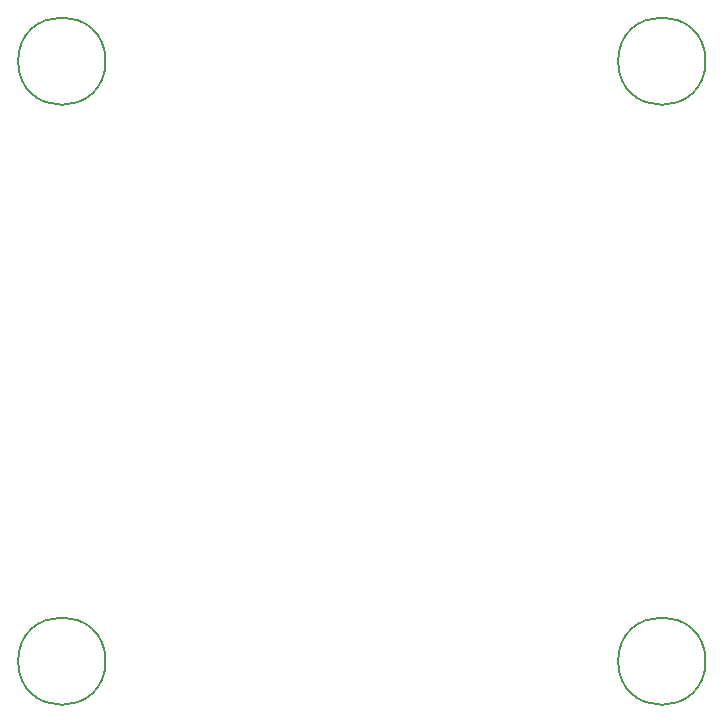
<source format=gbr>
%TF.GenerationSoftware,KiCad,Pcbnew,8.0.9*%
%TF.CreationDate,2025-02-24T00:28:36-05:00*%
%TF.ProjectId,Receiver_Out,52656365-6976-4657-925f-4f75742e6b69,v3*%
%TF.SameCoordinates,Original*%
%TF.FileFunction,Other,Comment*%
%FSLAX46Y46*%
G04 Gerber Fmt 4.6, Leading zero omitted, Abs format (unit mm)*
G04 Created by KiCad (PCBNEW 8.0.9) date 2025-02-24 00:28:36*
%MOMM*%
%LPD*%
G01*
G04 APERTURE LIST*
%ADD10C,0.150000*%
G04 APERTURE END LIST*
D10*
%TO.C,H3*%
X-73886200Y-12636300D02*
G75*
G02*
X-81286200Y-12636300I-3700000J0D01*
G01*
X-81286200Y-12636300D02*
G75*
G02*
X-73886200Y-12636300I3700000J0D01*
G01*
%TO.C,H4*%
X-124686200Y-12636300D02*
G75*
G02*
X-132086200Y-12636300I-3700000J0D01*
G01*
X-132086200Y-12636300D02*
G75*
G02*
X-124686200Y-12636300I3700000J0D01*
G01*
%TO.C,H1*%
X-73886200Y38163700D02*
G75*
G02*
X-81286200Y38163700I-3700000J0D01*
G01*
X-81286200Y38163700D02*
G75*
G02*
X-73886200Y38163700I3700000J0D01*
G01*
%TO.C,H2*%
X-124686200Y38163700D02*
G75*
G02*
X-132086200Y38163700I-3700000J0D01*
G01*
X-132086200Y38163700D02*
G75*
G02*
X-124686200Y38163700I3700000J0D01*
G01*
%TD*%
M02*

</source>
